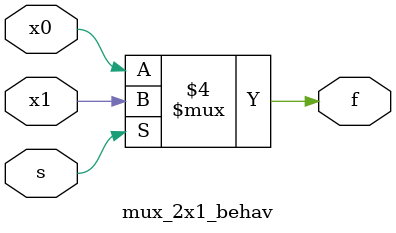
<source format=v>
module mux_2x1_behav(
    input x0,
    input x1,
    input s,
    output reg f
    );

    always @(*)
    begin
        if (s == 0)
            f = x0;
        else
            f = x1;
    end

endmodule
</source>
